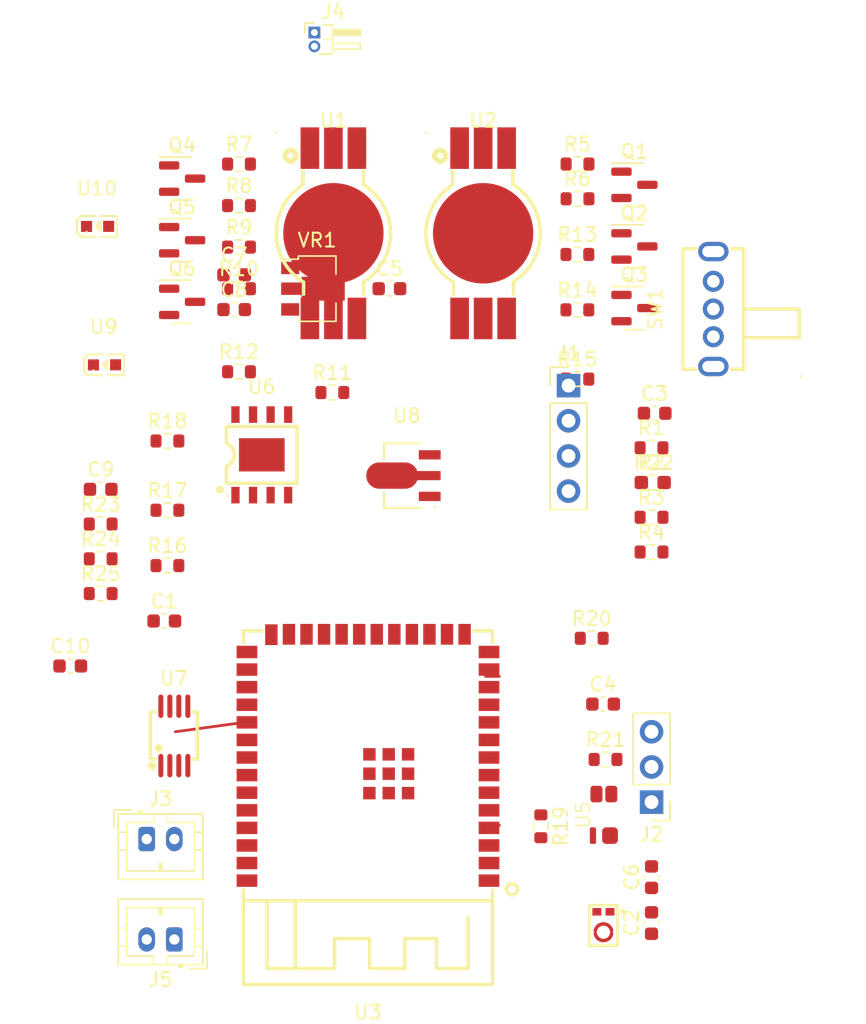
<source format=kicad_pcb>
(kicad_pcb (version 20221018) (generator pcbnew)
  (layers (0 "F.Cu" signal) (31 "B.Cu" signal) (34 "B.Paste" user) (35 "F.Paste" user) (36 "B.SilkS" user "B.Silkscreen") (37 "F.SilkS" user "F.Silkscreen") (38 "B.Mask" user) (39 "F.Mask" user) (44 "Edge.Cuts" user))
  (net 0 "")
  (net 1 "GND")
  (net 2 "VDD")
  (net 3 "Net-(U4-VDD)")
  (net 4 "Net-(J2-Pin_3)")
  (net 5 "Net-(U7-IN-)")
  (net 6 "Net-(J5-Pin_1)")
  (net 7 "Net-(Q1-G)")
  (net 8 "Net-(Q1-S)")
  (net 9 "Net-(Q1-D)")
  (net 10 "Net-(Q2-G)")
  (net 11 "Net-(Q2-S)")
  (net 12 "Net-(Q2-D)")
  (net 13 "Net-(Q3-G)")
  (net 14 "Net-(Q3-S)")
  (net 15 "Net-(Q3-D)")
  (net 16 "Net-(Q4-G)")
  (net 17 "Net-(Q4-S)")
  (net 18 "Net-(Q4-D)")
  (net 19 "Net-(Q5-G)")
  (net 20 "Net-(Q5-S)")
  (net 21 "Net-(Q5-D)")
  (net 22 "Net-(Q6-G)")
  (net 23 "Net-(Q6-S)")
  (net 24 "Net-(Q6-D)")
  (net 25 "Net-(U6-PROG)")
  (net 26 "Net-(U5-VDD)")
  (net 27 "/BAT-")
  (net 29 "Net-(U7-IN+)")
  (net 30 "Net-(C9-Pad2)")
  (net 31 "/RxD")
  (net 32 "/TxD")
  (net 33 "/BAT+")
  (net 34 "Net-(J5-Pin_2)")
  (net 35 "/BLUE2")
  (net 36 "/GREEN2")
  (net 37 "/RED2")
  (net 38 "/RED1")
  (net 39 "/GREEN1")
  (net 40 "/BLUE1")
  (net 41 "/MIC_POWER")
  (net 42 "Net-(U9-K)")
  (net 43 "Net-(U6-CHRG#)")
  (net 44 "Net-(U10-K)")
  (net 45 "Net-(U6-STDBY#)")
  (net 46 "/SOUND")
  (net 51 "/MIC")
  (net 54 "unconnected-(U3-IO15-Pad8)")
  (net 64 "/SOUND_ENABLE")
  (footprint "Resistor_SMD:R_0603_1608Metric" (layer "F.Cu") (at 161.675 83.25)
    (fp_text reference "R20")
    (fp_text value "4k7")
  )
  (footprint "footprint:MIC-SMD_3P-L2.8-W1.9_ZTS6056" (layer "F.Cu") (at 162.525019 104.03876)
    (fp_text reference "U4" hide)
    (fp_text value "ZTS6156")
  )
  (footprint "Package_TO_SOT_SMD:SOT-23" (layer "F.Cu") (at 164.761906 59.4)
    (fp_text reference "Q3")
    (fp_text value "IRLML6244")
  )
  (footprint "Resistor_SMD:R_0603_1608Metric" (layer "F.Cu") (at 165.999406 77.02)
    (fp_text reference "R4")
    (fp_text value "100")
  )
  (footprint "Resistor_SMD:R_0603_1608Metric" (layer "F.Cu") (at 165.999406 72)
    (fp_text reference "R2")
    (fp_text value "100")
  )
  (footprint "Connector_JST:JST_PH_B2B-PH-K_1x02_P2.00mm_Vertical" (layer "F.Cu") (at 129.5 97.75)
    (fp_text reference "J3")
    (fp_text value "Battery Connector")
  )
  (footprint "Resistor_SMD:R_0603_1608Metric" (layer "F.Cu") (at 160.639406 64.53)
    (fp_text reference "R15")
    (fp_text value "100k")
  )
  (footprint "footprint:LED0603-RD_BLUE" (layer "F.Cu") (at 126.45061 63.503505)
    (fp_text reference "U9")
    (fp_text value "XL-1608UBC-04")
  )
  (footprint "footprint:XB4908A" (layer "F.Cu") (at 162.555 96 90)
    (fp_text reference "U5")
    (fp_text value "~")
  )
  (footprint "Resistor_SMD:R_0603_1608Metric" (layer "F.Cu") (at 136.175 55)
    (fp_text reference "R9")
    (fp_text value "1")
  )
  (footprint "Capacitor_SMD:C_0603_1608Metric" (layer "F.Cu") (at 147.049406 58)
    (fp_text reference "C5")
    (fp_text value "0.1uF")
  )
  (footprint "footprint:LED-SMD_XL-HD6070RGBC-A46L" (layer "F.Cu") (at 143 53.999873)
    (fp_text reference "U1")
    (fp_text value "XL-HD6070RGBC-A46L")
  )
  (footprint "Resistor_SMD:R_0603_1608Metric" (layer "F.Cu") (at 166.175 72)
    (fp_text reference "R22")
    (fp_text value "1k")
  )
  (footprint "Capacitor_SMD:C_0603_1608Metric" (layer "F.Cu") (at 126.175 72.49)
    (fp_text reference "C9")
    (fp_text value "0.1uF")
  )
  (footprint "Resistor_SMD:R_0603_1608Metric" (layer "F.Cu") (at 158 96.825 -90)
    (fp_text reference "R19")
    (fp_text value "100")
  )
  (footprint "Resistor_SMD:R_0603_1608Metric" (layer "F.Cu") (at 160.639406 59.53)
    (fp_text reference "R14")
    (fp_text value "100k")
  )
  (footprint "Package_TO_SOT_SMD:SOT-23" (layer "F.Cu") (at 132.0625 50.05)
    (fp_text reference "Q4")
    (fp_text value "IRLML6244")
  )
  (footprint "Capacitor_SMD:C_0603_1608Metric" (layer "F.Cu") (at 135.824406 59.51)
    (fp_text reference "C8")
    (fp_text value "1uf")
  )
  (footprint "Package_TO_SOT_SMD:SOT-23" (layer "F.Cu") (at 132.0625 54.5)
    (fp_text reference "Q5")
    (fp_text value "IRLML6244")
  )
  (footprint "footprint:LED0603-RD_GREEN" (layer "F.Cu") (at 125.950533 53.50348)
    (fp_text reference "U10")
    (fp_text value "XL-1608SYGC-06")
  )
  (footprint "footprint:LED-SMD_XL-HD6070RGBC-A46L" (layer "F.Cu") (at 153.824406 53.999873)
    (fp_text reference "U2")
    (fp_text value "XL-HD6070RGBC-A46L")
  )
  (footprint "Package_TO_SOT_SMD:SOT-23" (layer "F.Cu") (at 164.761906 50.5)
    (fp_text reference "Q1")
    (fp_text value "IRLML6244")
  )
  (footprint "Package_TO_SOT_SMD:SOT-89-3" (layer "F.Cu") (at 141.824406 58)
    (fp_text reference "VR1")
    (fp_text value "MCP1700x-330xxMB")
  )
  (footprint "otherfootprint:SW-TH_SK12D07VG4" (layer "F.Cu") (at 170.470003 59.470003 90)
    (fp_text reference "SW1")
    (fp_text value "SK12D07VG4")
  )
  (footprint "Resistor_SMD:R_0603_1608Metric" (layer "F.Cu") (at 136.175 49)
    (fp_text reference "R7")
    (fp_text value "1")
  )
  (footprint "Resistor_SMD:R_0603_1608Metric" (layer "F.Cu") (at 126.175 77.51)
    (fp_text reference "R24")
    (fp_text value "3k3")
  )
  (footprint "Connector_PinHeader_1.00mm:PinHeader_1x02_P1.00mm_Horizontal" (layer "F.Cu") (at 141.625 39.5)
    (fp_text reference "J4")
    (fp_text value "Charging Notches")
  )
  (footprint "Resistor_SMD:R_0603_1608Metric" (layer "F.Cu") (at 131 78)
    (fp_text reference "R16")
    (fp_text value "100k")
  )
  (footprint "Resistor_SMD:R_0603_1608Metric" (layer "F.Cu") (at 131 69)
    (fp_text reference "R18")
    (fp_text value "100k")
  )
  (footprint "Resistor_SMD:R_0603_1608Metric" (layer "F.Cu") (at 142.925 65.5)
    (fp_text reference "R11")
    (fp_text value "1")
  )
  (footprint "footprint:MSOP-8_L3.0-W3.0-P0.65-LS5.0-BL" (layer "F.Cu") (at 131.5 90.3)
    (fp_text reference "U7")
    (fp_text value "PAM8304ASR")
  )
  (footprint "Resistor_SMD:R_0603_1608Metric" (layer "F.Cu") (at 165.999406 69.49)
    (fp_text reference "R1")
    (fp_text value "1")
  )
  (footprint "Capacitor_SMD:C_0603_1608Metric" (layer "F.Cu") (at 135.824406 57)
    (fp_text reference "C7")
    (fp_text value "0.1uF")
  )
  (footprint "Resistor_SMD:R_0603_1608Metric" (layer "F.Cu") (at 126.175 80.02)
    (fp_text reference "R25")
    (fp_text value "1k")
  )
  (footprint "footprint:WIRELM-SMD_ESP32-S3-WROOM-1" (layer "F.Cu") (at 145.500064 91.855029 180)
    (fp_text reference "U3")
    (fp_text value "ESP32-S2-SOLO-2-N4")
  )
  (footprint "Capacitor_SMD:C_0603_1608Metric" (layer "F.Cu") (at 166 103.81376 90)
    (fp_text reference "C2")
    (fp_text value "1uf")
  )
  (footprint "Capacitor_SMD:C_0603_1608Metric" (layer "F.Cu") (at 166 100.5 90)
    (fp_text reference "C6")
    (fp_text value "100uF")
  )
  (footprint "Resistor_SMD:R_0603_1608Metric" (layer "F.Cu") (at 165.999406 74.51)
    (fp_text reference "R3")
    (fp_text value "1")
  )
  (footprint "Resistor_SMD:R_0603_1608Metric" (layer "F.Cu") (at 131 74)
    (fp_text reference "R17")
    (fp_text value "100k")
  )
  (footprint "Resistor_SMD:R_0603_1608Metric" (layer "F.Cu") (at 160.649406 49)
    (fp_text reference "R5")
    (fp_text value "1")
  )
  (footprint "Resistor_SMD:R_0603_1608Metric" (layer "F.Cu") (at 162.675 92)
    (fp_text reference "R21")
    (fp_text value "1k")
  )
  (footprint "Capacitor_SMD:C_0603_1608Metric" (layer "F.Cu") (at 123.975 85.25)
    (fp_text reference "C10")
    (fp_text value "100uf")
  )
  (footprint "Capacitor_SMD:C_0603_1608Metric" (layer "F.Cu") (at 166.225 67)
    (fp_text reference "C3")
    (fp_text value "1uf")
  )
  (footprint "Connector_PinHeader_2.54mm:PinHeader_1x04_P2.54mm_Vertical" (layer "F.Cu") (at 160 65)
    (fp_text reference "J1")
    (fp_text value "Conn_01x04_Pin")
  )
  (footprint "Resistor_SMD:R_0603_1608Metric" (layer "F.Cu") (at 136.175 64)
    (fp_text reference "R12")
    (fp_text value "100")
  )
  (footprint "Resistor_SMD:R_0603_1608Metric" (layer "F.Cu") (at 126.175 75)
    (fp_text reference "R23")
    (fp_text value "1k")
  )
  (footprint "otherfootprint:SOT-89-3_L4.5-W2.5-P1.50-LS4.2-BR" (layer "F.Cu") (at 148.606236 71.499873)
    (fp_text reference "U8")
    (fp_text value "HT7533-1_C14289")
  )
  (footprint "Capacitor_SMD:C_0603_1608Metric" (layer "F.Cu") (at 130.775 82)
    (fp_text reference "C1")
    (fp_text value "1uf")
  )
  (footprint "Resistor_SMD:R_0603_1608Metric" (layer "F.Cu") (at 160.649406 51.51)
    (fp_text reference "R6")
    (fp_text value "100")
  )
  (footprint "Capacitor_SMD:C_0603_1608Metric" (layer "F.Cu") (at 162.5 88)
    (fp_text reference "C4")
    (fp_text value "100uF")
  )
  (footprint "Package_TO_SOT_SMD:SOT-23" (layer "F.Cu") (at 132.0625 58.95)
    (fp_text reference "Q6")
    (fp_text value "IRLML6244")
  )
  (footprint "footprint:ESOP-8_L4.9-W3.9-P1.27-LS6.0-BL-EP" (layer "F.Cu") (at 137.824406 70)
    (fp_text reference "U6")
    (fp_text value "TP4056_C725790")
  )
  (footprint "Connector_JST:JST_PH_B2B-PH-K_1x02_P2.00mm_Vertical" (layer "F.Cu") (at 131.5 105 180)
    (fp_text reference "J5")
    (fp_text value "Speaker Connector")
  )
  (footprint "Connector_PinHeader_2.54mm:PinHeader_1x03_P2.54mm_Vertical" (layer "F.Cu") (at 166 95.08 180)
    (fp_text reference "J2")
    (fp_text value "Conn_01x03_Pin")
  )
  (footprint "Resistor_SMD:R_0603_1608Metric" (layer "F.Cu") (at 136.175 52)
    (fp_text reference "R8")
    (fp_text value "100")
  )
  (footprint "Resistor_SMD:R_0603_1608Metric" (layer "F.Cu") (at 136.175 58)
    (fp_text reference "R10")
    (fp_text value "100")
  )
  (footprint "Resistor_SMD:R_0603_1608Metric" (layer "F.Cu") (at 160.639406 55.53)
    (fp_text reference "R13")
    (fp_text value "100k")
  )
  (footprint "Package_TO_SOT_SMD:SOT-23" (layer "F.Cu") (at 164.761906 54.95)
    (fp_text reference "Q2")
    (fp_text value "IRLML6244")
  )
  (gr_line (start 155 86) (end 154 86) (stroke (width 0.2)) (layer "F.Cu"))
  (gr_line (start 155 96.75) (end 154 97) (stroke (width 0.2)) (layer "F.Cu"))
  (gr_line (start 131.574406 90) (end 137.074406 89.25) (stroke (width 0.2)) (layer "F.Cu"))
  (segment (start 143 56) (end 143 54) (width 0.25) (layer "F.Cu") (net 1))
  (segment (start 154.649988 92.040132) (end 153.649988 92.040132) (width 0.25) (layer "F.Cu") (net 54))
)
</source>
